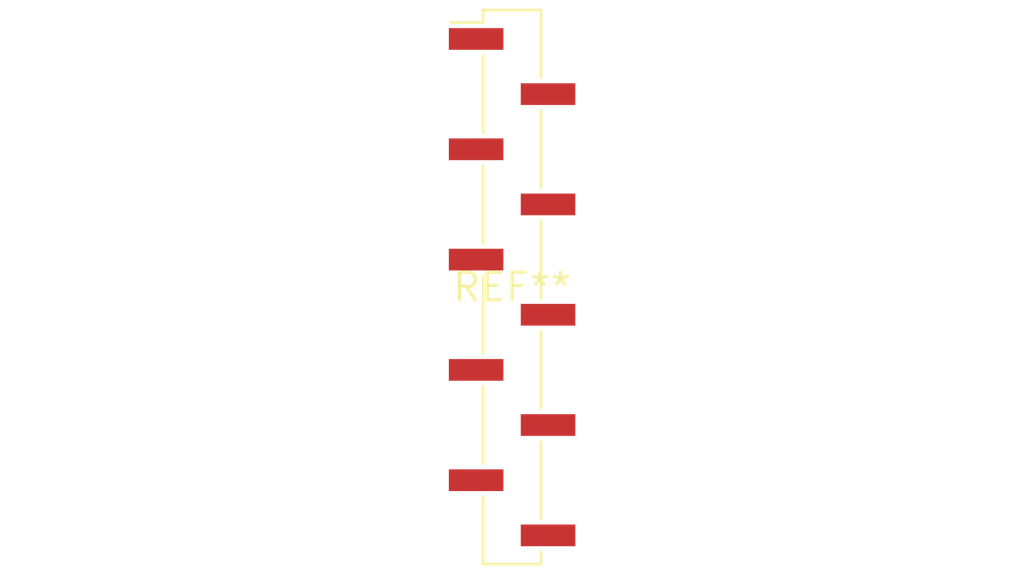
<source format=kicad_pcb>
(kicad_pcb (version 20240108) (generator pcbnew)
  (layers (0 "F.Cu" signal) (31 "B.Cu" signal) (34 "B.Paste" user) (35 "F.Paste" user) (36 "B.SilkS" user "B.Silkscreen") (37 "F.SilkS" user "F.Silkscreen") (38 "B.Mask" user) (39 "F.Mask" user) (44 "Edge.Cuts" user))
  (net 0 "")
  (footprint "PinHeader_1x10_P2.54mm_Vertical_SMD_Pin1Left" (layer "F.Cu") (at 0 0)
    (property "Reference" "REF**")
    (property "Value" "PinHeader_1x10_P2.54mm_Vertical_SMD_Pin1Left")
    (fp_line (start -1.33 -12.76) (end -1.33 -12.19) (layer "F.SilkS") (stroke (width 0.12)))
    (fp_line (start -1.33 -12.76) (end 1.33 -12.76) (layer "F.SilkS") (stroke (width 0.12)))
    (fp_line (start -1.33 -12.19) (end -2.85 -12.19) (layer "F.SilkS") (stroke (width 0.12)))
    (fp_line (start -1.33 -10.67) (end -1.33 -7.11) (layer "F.SilkS") (stroke (width 0.12)))
    (fp_line (start -1.33 -5.59) (end -1.33 -2.03) (layer "F.SilkS") (stroke (width 0.12)))
    (fp_line (start -1.33 -0.51) (end -1.33 3.05) (layer "F.SilkS") (stroke (width 0.12)))
    (fp_line (start -1.33 4.57) (end -1.33 8.13) (layer "F.SilkS") (stroke (width 0.12)))
    (fp_line (start -1.33 9.65) (end -1.33 12.76) (layer "F.SilkS") (stroke (width 0.12)))
    (fp_line (start -1.33 12.76) (end 1.33 12.76) (layer "F.SilkS") (stroke (width 0.12)))
    (fp_line (start 1.33 -12.76) (end 1.33 -9.65) (layer "F.SilkS") (stroke (width 0.12)))
    (fp_line (start 1.33 -8.13) (end 1.33 -4.57) (layer "F.SilkS") (stroke (width 0.12)))
    (fp_line (start 1.33 -3.05) (end 1.33 0.51) (layer "F.SilkS") (stroke (width 0.12)))
    (fp_line (start 1.33 2.03) (end 1.33 5.59) (layer "F.SilkS") (stroke (width 0.12)))
    (fp_line (start 1.33 7.11) (end 1.33 10.67) (layer "F.SilkS") (stroke (width 0.12)))
    (fp_line (start 1.33 12.19) (end 1.33 12.76) (layer "F.SilkS") (stroke (width 0.12)))
    (pad "1" smd rect (at -1.655 -11.43) (size 2.51 1) (layers "F.Cu" "F.Paste" "F.Mask"))
    (pad "2" smd rect (at 1.655 -8.89) (size 2.51 1) (layers "F.Cu" "F.Paste" "F.Mask"))
    (pad "3" smd rect (at -1.655 -6.35) (size 2.51 1) (layers "F.Cu" "F.Paste" "F.Mask"))
    (pad "4" smd rect (at 1.655 -3.81) (size 2.51 1) (layers "F.Cu" "F.Paste" "F.Mask"))
    (pad "5" smd rect (at -1.655 -1.27) (size 2.51 1) (layers "F.Cu" "F.Paste" "F.Mask"))
    (pad "6" smd rect (at 1.655 1.27) (size 2.51 1) (layers "F.Cu" "F.Paste" "F.Mask"))
    (pad "7" smd rect (at -1.655 3.81) (size 2.51 1) (layers "F.Cu" "F.Paste" "F.Mask"))
    (pad "8" smd rect (at 1.655 6.35) (size 2.51 1) (layers "F.Cu" "F.Paste" "F.Mask"))
    (pad "9" smd rect (at -1.655 8.89) (size 2.51 1) (layers "F.Cu" "F.Paste" "F.Mask"))
    (pad "10" smd rect (at 1.655 11.43) (size 2.51 1) (layers "F.Cu" "F.Paste" "F.Mask"))
  )
)
</source>
